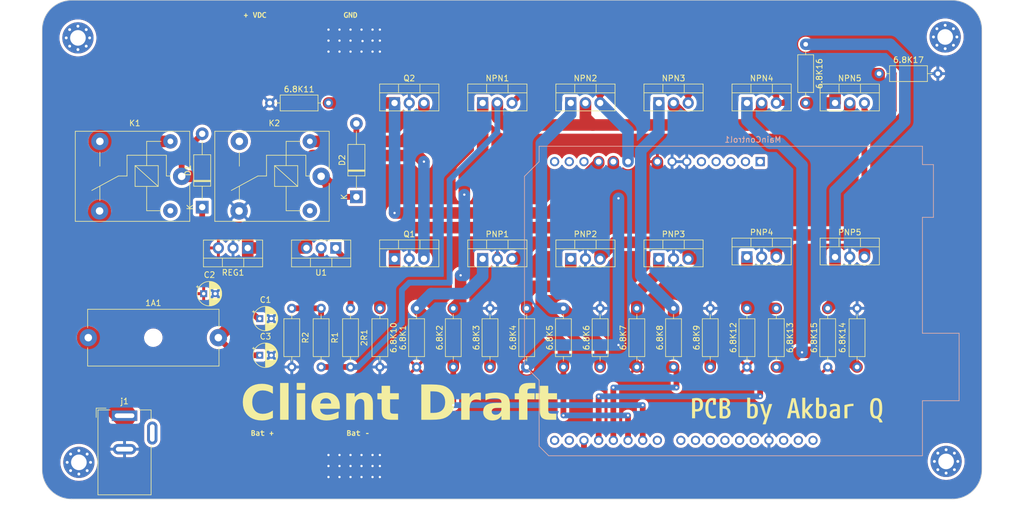
<source format=kicad_pcb>
(kicad_pcb (version 20241229) (generator "pcbnew") (generator_version "9.0")
  (title_block (title "Draft PCB for Potential Partnership for E-Bike Conversion") (date "2022-12-30") (rev "1") (company "For: Saad A****d") (comment 1 "First PCB Draft Made of Provided Schematic"))
  (layers (0 "F.Cu" signal) (2 "B.Cu" signal) (13 "F.Paste" user) (15 "B.Paste" user) (5 "F.SilkS" user "F.Silkscreen") (7 "B.SilkS" user "B.Silkscreen") (1 "F.Mask" user) (3 "B.Mask" user) (25 "Edge.Cuts" user))
  (net 0 "")
  (net 1 "Net-(1A1-Pad1)")
  (net 2 "/i")
  (net 3 "Net-(2R1-Pad1)")
  (net 4 "/ii(4.25v,600mA)")
  (net 5 "+5V")
  (net 6 "/CN4")
  (net 7 "Net-(6.8K2-Pad2)")
  (net 8 "GND")
  (net 9 "/CN3")
  (net 10 "Net-(6.8K5-Pad2)")
  (net 11 "/CN2")
  (net 12 "Net-(6.8K8-Pad2)")
  (net 13 "/A1")
  (net 14 "/A2")
  (net 15 "/CN1")
  (net 16 "Net-(6.8K13-Pad2)")
  (net 17 "/CN0")
  (net 18 "Net-(6.8K16-Pad2)")
  (net 19 "Net-(D1-Pad2)")
  (net 20 "Net-(D2-Pad2)")
  (net 21 "+VDC")
  (net 22 "/battery pack +")
  (net 23 "/battery pack -")
  (net 29 "/AIN")
  (net 33 "/RX")
  (net 34 "/TX")
  (net 35 "/CN5")
  (net 36 "/CN6")
  (net 37 "/CN7")
  (net 38 "/CN8")
  (net 39 "/CN9")
  (net 40 "/CN10")
  (net 41 "/CN11")
  (net 45 "Net-(R1-Pad1)")
  (footprint "kibuzzard-63ADF01E" (layer "F.Cu") (at 150.495 91.44)
    (property "Reference" "kibuzzard-63ADF01E" (hide yes))
    (property "Value" "G***" (hide yes))
  )
  (footprint "Package_TO_SOT_THT:TO-220-3_Vertical" (layer "F.Cu") (at 57.15 63.205 180)
    (property "Reference" "REG1")
    (property "Value" "L7805")
  )
  (footprint "Resistor_THT:R_Axial_DIN0207_L6.3mm_D2.5mm_P10.16mm_Horizontal" (layer "F.Cu") (at 64.77 73.66 -90)
    (property "Reference" "R2")
    (property "Value" "4.25K")
  )
  (footprint "Package_TO_SOT_THT:TO-220-3_Vertical" (layer "F.Cu") (at 82.55 65.095)
    (property "Reference" "Q1")
    (property "Value" "TIP41C")
  )
  (footprint "Resistor_THT:R_Axial_DIN0207_L6.3mm_D2.5mm_P10.16mm_Horizontal" (layer "F.Cu") (at 143.51 83.82 90)
    (property "Reference" "6.8K12")
    (property "Value" "R")
  )
  (footprint "Capacitor_THT:CP_Radial_D4.0mm_P2.00mm" (layer "F.Cu") (at 59.225401 81.788)
    (property "Reference" "C3")
    (property "Value" "0.1uF")
  )
  (footprint "Diode_THT:D_DO-41_SOD81_P12.70mm_Horizontal" (layer "F.Cu") (at 49.276 56.134 90)
    (property "Reference" "D1")
    (property "Value" "1N4007")
  )
  (footprint "kibuzzard-63ADEF7F" (layer "F.Cu") (at 74.93 22.86)
    (property "Reference" "kibuzzard-63ADEF7F" (hide yes))
    (property "Value" "G***" (hide yes))
  )
  (footprint "Fuse:Fuseholder_Cylinder-5x20mm_Schurter_0031_8201_Horizontal_Open" (layer "F.Cu") (at 29.57 78.74)
    (property "Reference" "1A1")
    (property "Value" "Fuse")
  )
  (footprint "Capacitor_THT:CP_Radial_D4.0mm_P2.00mm" (layer "F.Cu") (at 49.53 71.12)
    (property "Reference" "C2")
    (property "Value" "0.1uF")
  )
  (footprint "MountingHole:MountingHole_2.7mm_M2.5_Pad_Via" (layer "F.Cu") (at 177.961891 100.168109)
    (property "Reference" "REF**" (hide yes))
    (property "Value" "MountingHole_2.7mm_M2.5_Pad_Via")
  )
  (footprint "Resistor_THT:R_Axial_DIN0207_L6.3mm_D2.5mm_P10.16mm_Horizontal" (layer "F.Cu") (at 69.85 73.66 -90)
    (property "Reference" "R1")
    (property "Value" "2K")
  )
  (footprint "Relay_THT:Relay_SPDT_SANYOU_SRD_Series_Form_C" (layer "F.Cu") (at 69.85 50.8 180)
    (property "Reference" "K2")
    (property "Value" "ADW11")
  )
  (footprint "Capacitor_THT:CP_Radial_D4.0mm_P2.00mm" (layer "F.Cu") (at 59.225401 75.438)
    (property "Reference" "C1")
    (property "Value" "0.33uF")
  )
  (footprint "kibuzzard-63ADEE2F" (layer "F.Cu") (at 58.42 22.86)
    (property "Reference" "kibuzzard-63ADEE2F" (hide yes))
    (property "Value" "G***" (hide yes))
  )
  (footprint "MountingHole:MountingHole_2.7mm_M2.5_Pad_Via" (layer "F.Cu") (at 27.778109 26.831891)
    (property "Reference" "REF**" (hide yes))
    (property "Value" "MountingHole_2.7mm_M2.5_Pad_Via")
  )
  (footprint "Package_TO_SOT_THT:TO-220-3_Vertical" (layer "F.Cu") (at 97.79 38.1)
    (property "Reference" "NPN1")
    (property "Value" "TIP41C")
  )
  (footprint "Resistor_THT:R_Axial_DIN0207_L6.3mm_D2.5mm_P10.16mm_Horizontal" (layer "F.Cu") (at 86.36 83.82 90)
    (property "Reference" "6.8K1")
    (property "Value" "R")
  )
  (footprint "Resistor_THT:R_Axial_DIN0207_L6.3mm_D2.5mm_P10.16mm_Horizontal" (layer "F.Cu") (at 92.71 83.82 90)
    (property "Reference" "6.8K2")
    (property "Value" "R")
  )
  (footprint "kibuzzard-63ADEE92" (layer "F.Cu") (at 76.2 95.25)
    (property "Reference" "kibuzzard-63ADEE92" (hide yes))
    (property "Value" "G***" (hide yes))
  )
  (footprint "Resistor_THT:R_Axial_DIN0207_L6.3mm_D2.5mm_P10.16mm_Horizontal" (layer "F.Cu") (at 130.81 83.82 90)
    (property "Reference" "6.8K8")
    (property "Value" "R")
  )
  (footprint "Connector_BarrelJack:BarrelJack_Wuerth_6941xx301002" (layer "F.Cu") (at 35.84 92.25)
    (property "Reference" "j1")
    (property "Value" "Barrel_Jack 10V")
  )
  (footprint "Resistor_THT:R_Axial_DIN0207_L6.3mm_D2.5mm_P10.16mm_Horizontal" (layer "F.Cu") (at 60.96 38.1)
    (property "Reference" "6.8K11")
    (property "Value" "R")
  )
  (footprint "Relay_THT:Relay_SPDT_SANYOU_SRD_Series_Form_C" (layer "F.Cu") (at 45.72 50.8 180)
    (property "Reference" "K1")
    (property "Value" "ADW11")
  )
  (footprint "Resistor_THT:R_Axial_DIN0207_L6.3mm_D2.5mm_P10.16mm_Horizontal" (layer "F.Cu") (at 111.76 83.82 90)
    (property "Reference" "6.8K5")
    (property "Value" "R")
  )
  (footprint "Package_TO_SOT_THT:TO-220-3_Vertical" (layer "F.Cu") (at 113.03 38.1)
    (property "Reference" "NPN2")
    (property "Value" "TIP41C")
  )
  (footprint "Package_TO_SOT_THT:TO-220-3_Vertical" (layer "F.Cu") (at 82.55 38.1)
    (property "Reference" "Q2")
    (property "Value" "TIP41C")
  )
  (footprint "Resistor_THT:R_Axial_DIN0207_L6.3mm_D2.5mm_P10.16mm_Horizontal" (layer "F.Cu") (at 99.06 83.82 90)
    (property "Reference" "6.8K3")
    (property "Value" "R")
  )
  (footprint "Resistor_THT:R_Axial_DIN0207_L6.3mm_D2.5mm_P10.16mm_Horizontal" (layer "F.Cu") (at 124.46 83.82 90)
    (property "Reference" "6.8K7")
    (property "Value" "R")
  )
  (footprint "Package_TO_SOT_THT:TO-220-3_Vertical" (layer "F.Cu") (at 97.79 65.095)
    (property "Reference" "PNP1")
    (property "Value" "TIP42")
  )
  (footprint "Package_TO_SOT_THT:TO-220-3_Vertical" (layer "F.Cu") (at 113.03 65.095)
    (property "Reference" "PNP2")
    (property "Value" "TIP42")
  )
  (footprint "Resistor_THT:R_Axial_DIN0207_L6.3mm_D2.5mm_P10.16mm_Horizontal" (layer "F.Cu") (at 148.59 73.66 -90)
    (property "Reference" "6.8K13")
    (property "Value" "R")
  )
  (footprint "kibuzzard-63ADEE8A" (layer "F.Cu") (at 59.69 95.25)
    (property "Reference" "kibuzzard-63ADEE8A" (hide yes))
    (property "Value" "G***" (hide yes))
  )
  (footprint "Package_TO_SOT_THT:TO-220-3_Vertical" (layer "F.Cu") (at 128.27 65.095)
    (property "Reference" "PNP3")
    (property "Value" "TIP42")
  )
  (footprint "Resistor_THT:R_Axial_DIN0207_L6.3mm_D2.5mm_P10.16mm_Horizontal" (layer "F.Cu") (at 105.41 83.82 90)
    (property "Reference" "6.8K4")
    (property "Value" "R")
  )
  (footprint "MountingHole:MountingHole_2.7mm_M2.5_Pad_Via" (layer "F.Cu") (at 27.94 100.33)
    (property "Reference" "REF**" (hide yes))
    (property "Value" "MountingHole_2.7mm_M2.5_Pad_Via")
  )
  (footprint "Diode_THT:D_DO-41_SOD81_P12.70mm_Horizontal" (layer "F.Cu") (at 75.946 54.356 90)
    (property "Reference" "D2")
    (property "Value" "1N4007")
  )
  (footprint "Package_TO_SOT_THT:TO-220-3_Vertical" (layer "F.Cu") (at 128.27 38.1)
    (property "Reference" "NPN3")
    (property "Value" "TIP41C")
  )
  (footprint "Package_TO_SOT_THT:TO-220-3_Vertical" (layer "F.Cu") (at 72.39 63.205 180)
    (property "Reference" "U1")
    (property "Value" "LM317_TO-220")
  )
  (footprint "Resistor_THT:R_Axial_DIN0207_L6.3mm_D2.5mm_P10.16mm_Horizontal" (layer "F.Cu") (at 157.48 83.82 90)
    (property "Reference" "6.8K15")
    (property "Value" "R")
  )
  (footprint "Resistor_THT:R_Axial_DIN0207_L6.3mm_D2.5mm_P10.16mm_Horizontal" (layer "F.Cu") (at 166.37 33.02)
    (property "Reference" "6.8K17")
    (property "Value" "R")
  )
  (footprint "Package_TO_SOT_THT:TO-220-3_Vertical" (layer "F.Cu") (at 158.75 38.1)
    (property "Reference" "NPN5")
    (property "Value" "TIP41C")
  )
  (footprint "Resistor_THT:R_Axial_DIN0207_L6.3mm_D2.5mm_P10.16mm_Horizontal" (layer "F.Cu") (at 80.01 73.66 -90)
    (property "Reference" "6.8K10")
    (property "Value" "R")
  )
  (footprint "Package_TO_SOT_THT:TO-220-3_Vertical" (layer "F.Cu") (at 158.75 64.77)
    (property "Reference" "PNP5")
    (property "Value" "TIP42")
  )
  (footprint "Resistor_THT:R_Axial_DIN0207_L6.3mm_D2.5mm_P10.16mm_Horizontal" (layer "F.Cu") (at 118.11 83.82 90)
    (property "Reference" "6.8K6")
    (property "Value" "R")
  )
  (footprint "Package_TO_SOT_THT:TO-220-3_Vertical" (layer "F.Cu") (at 143.51 38.1)
    (property "Reference" "NPN4")
    (property "Value" "TIP41C")
  )
  (footprint "Resistor_THT:R_Axial_DIN0207_L6.3mm_D2.5mm_P10.16mm_Horizontal" (layer "F.Cu") (at 137.16 83.82 90)
    (property "Reference" "6.8K9")
    (property "Value" "R")
  )
  (footprint "MountingHole:MountingHole_2.7mm_M2.5_Pad_Via" (layer "F.Cu") (at 177.8 26.67)
    (property "Reference" "REF**" (hide yes))
    (property "Value" "MountingHole_2.7mm_M2.5_Pad_Via")
  )
  (footprint "Package_TO_SOT_THT:TO-220-3_Vertical" (layer "F.Cu") (at 143.51 64.77)
    (property "Reference" "PNP4")
    (property "Value" "TIP42")
  )
  (footprint "Resistor_THT:R_Axial_DIN0207_L6.3mm_D2.5mm_P10.16mm_Horizontal" (layer "F.Cu") (at 153.67 27.94 -90)
    (property "Reference" "6.8K16")
    (property "Value" "R")
  )
  (footprint "Resistor_THT:R_Axial_DIN0207_L6.3mm_D2.5mm_P10.16mm_Horizontal" (layer "F.Cu") (at 162.56 83.82 90)
    (property "Reference" "6.8K14")
    (property "Value" "R")
  )
  (footprint "Resistor_THT:R_Axial_DIN0207_L6.3mm_D2.5mm_P10.16mm_Horizontal" (layer "F.Cu") (at 74.93 73.66 -90)
    (property "Reference" "2R1")
    (property "Value" "RL")
  )
  (footprint "Module:Arduino_UNO_R3" (layer "B.Cu") (at 145.796 48.26 180)
    (property "Reference" "MainControl1")
    (property "Value" "Arduino_UNO_R3")
  )
  (gr_arc (start 26.67 106.68) (mid 23.077898 105.192102) (end 21.59 101.6) (stroke (width 0.1)) (layer "Edge.Cuts"))
  (gr_arc (start 179.07 20.32) (mid 182.662102 21.807898) (end 184.15 25.4) (stroke (width 0.1)) (layer "Edge.Cuts"))
  (gr_line (start 184.15 25.4) (end 184.15 101.6) (stroke (width 0.1)) (layer "Edge.Cuts"))
  (gr_line (start 27.94 20.32) (end 26.67 20.32) (stroke (width 0.1)) (layer "Edge.Cuts"))
  (gr_line (start 179.07 20.32) (end 27.94 20.32) (stroke (width 0.1)) (layer "Edge.Cuts"))
  (gr_line (start 26.67 106.68) (end 179.07 106.68) (stroke (width 0.1)) (layer "Edge.Cuts"))
  (gr_line (start 21.59 25.4) (end 21.59 101.6) (stroke (width 0.1)) (layer "Edge.Cuts"))
  (gr_arc (start 184.15 101.6) (mid 182.662102 105.192102) (end 179.07 106.68) (stroke (width 0.1)) (layer "Edge.Cuts"))
  (gr_arc (start 21.59 25.4) (mid 23.077898 21.807898) (end 26.67 20.32) (stroke (width 0.1)) (layer "Edge.Cuts"))
  (gr_text "Client Draft" (at 55.88 93.98 0) (layer "F.SilkS") (effects (font (size 6 6) (thickness 0.4) (bold yes)) (justify left bottom)))
  (segment (start 30.252 86.662) (end 30.252 79.422) (width 4) (layer "F.Cu") (net 1))
  (segment (start 30.252 79.422) (end 29.57 78.74) (width 4) (layer "F.Cu") (net 1))
  (segment (start 35.84 92.25) (end 30.252 86.662) (width 4) (layer "F.Cu") (net 1))
  (segment (start 71.12 59.69) (end 71.12 54.864) (width 2) (layer "F.Cu") (net 2))
  (segment (start 59.225401 75.438) (end 58.928 75.438) (width 1) (layer "F.Cu") (net 2))
  (segment (start 49.276 58.928) (end 50.038 59.69) (width 1) (layer "F.Cu") (net 2))
  (segment (start 40.34 44.75) (end 43.77 44.75) (width 2) (layer "F.Cu") (net 2))
  (segment (start 68.58 59.69) (end 71.12 59.69) (width 2) (layer "F.Cu") (net 2))
  (segment (start 59.225401 81.788) (end 55.118 81.788) (width 1) (layer "F.Cu") (net 2))
  (segment (start 38.1 46.99) (end 40.34 44.75) (width 2) (layer "F.Cu") (net 2))
  (segment (start 67.31 63.205) (end 67.31 60.96) (width 2) (layer "F.Cu") (net 2))
  (segment (start 52.07 78.74) (end 57.15 73.66) (width 2) (layer "F.Cu") (net 2))
  (segment (start 58.928 75.438) (end 57.15 73.66) (width 1) (layer "F.Cu") (net 2))
  (segment (start 57.15 63.205) (end 67.31 63.205) (width 2) (layer "F.Cu") (net 2))
  (segment (start 57.15 63.205) (end 57.15 60.96) (width 2) (layer "F.Cu") (net 2))
  (segment (start 67.31 60.96) (end 68.58 59.69) (width 2) (layer "F.Cu") (net 2))
  (segment (start 57.15 73.66) (end 57.15 63.205) (width 2) (layer "F.Cu") (net 2))
  (segment (start 71.12 52.07) (end 69.85 50.8) (width 2) (layer "F.Cu") (net 2))
  (segment (start 55.118 81.788) (end 52.07 78.74) (width 1) (layer "F.Cu") (net 2))
  (segment (start 38.1 57.15) (end 38.1 46.99) (width 2) (layer "F.Cu") (net 2))
  (segment (start 75.946 54.356) (end 71.628 54.356) (width 1) (layer "F.Cu") (net 2))
  (segment (start 55.88 59.69) (end 50.038 59.69) (width 2) (layer "F.Cu") (net 2))
  (segment (start 57.15 60.96) (end 55.88 59.69) (width 2) (layer "F.Cu") (net 2))
  (segment (start 71.628 54.356) (end 71.12 54.864) (width 1) (layer "F.Cu") (net 2))
  (segment (start 40.64 59.69) (end 38.1 57.15) (width 2) (layer "F.Cu") (net 2))
  (segment (start 71.12 54.864) (end 71.12 52.07) (width 2) (layer "F.Cu") (net 2))
  (segment (start 50.038 59.69) (end 40.64 59.69) (width 2) (layer "F.Cu") (net 2))
  (segment (start 49.276 56.134) (end 49.276 58.928) (width 1) (layer "F.Cu") (net 2))
  (segment (start 74.93 73.66) (end 74.93 71.12) (width 1) (layer "F.Cu") (net 3))
  (segment (start 74.93 71.12) (end 69.85 66.04) (width 1) (layer "F.Cu") (net 3))
  (segment (start 69.85 66.04) (end 69.85 63.205) (width 1) (layer "F.Cu") (net 3))
  (segment (start 161.29 38.1) (end 161.29 41.91) (width 2) (layer "F.Cu") (net 4))
  (segment (start 100.33 38.1) (end 100.33 40.64) (width 2) (layer "F.Cu") (net 4))
  (segment (start 161.29 41.91) (end 143.51 41.91) (width 2) (layer "F.Cu") (net 4))
  (segment (start 69.85 83.82) (end 74.93 83.82) (width 1) (layer "F.Cu") (net 4))
  (segment (start 130.81 38.1) (end 130.81 38.650915) (width 2) (layer "F.Cu") (net 4))
  (segment (start 134.069085 41.91) (end 143.51 41.91) (width 2) (layer "F.Cu") (net 4))
  (segment (start 101.6 41.91) (end 116.84 41.91) (width 2) (layer "F.Cu") (net 4))
  (segment (start 100.33 40.64) (end 101.6 41.91) (width 2) (layer "F.Cu") (net 4))
  (segment (start 130.81 38.650915) (end 134.069085 41.91) (width 2) (layer "F.Cu") (net 4))
  (segment (start 116.84 41.91) (end 134.069085 41.91) (width 2) (layer "F.Cu") (net 4))
  (segment (start 115.57 40.64) (end 116.84 41.91) (width 2) (layer "F.Cu") (net 4))
  (segment (start 115.57 38.1) (end 115.57 40.64) (width 2) (layer "F.Cu") (net 4))
  (segment (start 143.51 41.91) (end 146.05 39.37) (width 2) (layer "F.Cu") (net 4))
  (segment (start 146.05 39.37) (end 146.05 38.1) (width 2) (layer "F.Cu") (net 4))
  (segment (start 92.075 51.435) (end 100.33 43.18) (width 1) (layer "B.Cu") (net 4))
  (segment (start 76.2 83.82) (end 83.82 76.2) (width 1) (layer "B.Cu") (net 4))
  (segment (start 100.33 43.18) (end 100.33 38.1) (width 1) (layer "B.Cu") (net 4))
  (segment (start 74.93 83.82) (end 76.2 83.82) (width 1) (layer "B.Cu") (net 4))
  (segment (start 83.82 76.2) (end 83.82 70.485) (width 1) (layer "B.Cu") (net 4))
  (segment (start 92.075 69.215) (end 92.075 51.435) (width 1) (layer "B.Cu") (net 4))
  (segment (start 83.82 70.485) (end 85.09 69.215) (width 1) (layer "B.Cu") (net 4))
  (segment (start 85.09 69.215) (end 92.075 69.215) (width 1) (layer "B.Cu") (net 4))
  (segment (start 121.285 80.645) (end 121.285 80.01) (width 2) (layer "F.Cu") (net 5))
  (segment (start 124.46 83.82) (end 121.285 80.645) (width 2) (layer "F.Cu") (net 5))
  (segment (start 121.285 54.61) (end 127.635 54.61) (width 2) (layer "F.Cu") (net 5))
  (segment (start 128.016 54.229) (end 128.016 48.26) (width 2) (layer "F.Cu") (net 5))
  (segment (start 127.635 54.61) (end 128.016 54.229) (width 2) (layer "F.Cu") (net 5))
  (via (at 121.285 54.61) (size 0.8) (drill 0.4) (layers "F.Cu" "B.Cu") (net 5))
  (via (at 121.285 80.01) (size 0.8) (drill 0.4) (layers "F.Cu" "B.Cu") (net 5))
  (segment (start 109.22 80.01) (end 105.41 83.82) (width 2) (layer "B.Cu") (net 5))
  (segment (start 121.285 80.01) (end 109.22 80.01) (width 2) (layer "B.Cu") (net 5))
  (segment (start 121.285 80.01) (end 121.285 54.61) (width 2) (layer "B.Cu") (net 5))
  (segment (start 92.71 90.424) (end 92.71 83.82) (width 1) (layer "F.Cu") (net 6))
  (segment (start 92.71 80.01) (end 86.36 73.66) (width 2) (layer "F.Cu") (net 6))
  (segment (start 92.71 83.82) (end 92.71 80.01) (width 2) (layer "F.Cu") (net 6))
  (segment (start 125.476 96.52) (end 125.476 90.424) (width 1) (layer "F.Cu") (net 6))
  (via (at 92.71 90.424) (size 0.8) (drill 0.4) (layers "F.Cu" "B.Cu") (net 6))
  (via (at 125.476 90.424) (size 0.8) (drill 0.4) (layers "F.Cu" "B.Cu") (net 6))
  (segment (start 97.79 65.095) (end 97.79 68.095) (width 2) (layer "B.Cu") (net 6))
  (segment (start 125.476 90.424) (end 92.71 90.424) (width 1) (layer "B.Cu") (net 6))
  (segment (start 94.765 71.12) (end 88.9 71.12) (width 2) (layer "B.Cu") (net 6))
  (segment (start 88.9 71.12) (end 86.36 73.66) (width 2) (layer "B.Cu") (net 6))
  (segment (start 97.79 68.095) (end 94.765 71.12) (width 2) (layer "B.Cu") (net 6))
  (segment (start 99.06 80.01) (end 92.71 73.66) (width 2) (layer "F.Cu") (net 7))
  (segment (start 97.79 46.99) (end 94.615 50.165) (width 2) (layer "F.Cu") (net 7))
  (segment (start 93.98 72.39) (end 92.71 73.66) (width 2) (layer "F.Cu") (net 7))
  (segment (start 97.79 38.1) (end 97.79 46.99) (width 2) (layer "F.Cu") (net 7))
  (segment (start 99.06 83.82) (end 99.06 80.01) (width 2) (layer "F.Cu") (net 7))
  (segment (start 94.615 50.165) (end 94.615 53.975) (width 2) (layer "F.Cu") (net 7))
  (segment (start 93.98 67.945) (end 93.98 72.39) (width 2) (layer "F.Cu") (net 7))
  (via (at 93.98 67.945) (size 0.8) (drill 0.4) (layers "F.Cu" "B.Cu") (net 7))
  (via (at 94.615 53.975) (size 0.8) (drill 0.4) (layers "F.Cu" "B.Cu") (net 7))
  (segment (start 94.615 67.945) (end 93.98 67.945) (width 2) (layer "B.Cu") (net 7))
  (segment (start 94.615 53.975) (end 94.615 67.945) (width 2) (layer "B.Cu") (net 7))
  (segment (start 100.33 65.095) (end 100.33 64.283478) (width 1) (layer "F.Cu") (net 8))
  (via (at 71.12 25.4) (size 0.8) (drill 0.4) (layers "F.Cu" "B.Cu") (net 8))
  (via (at 71.12 102.87) (size 0.8) (drill 0.4) (layers "F.Cu" "B.Cu") (net 8))
  (via (at 80.01 102.87) (size 0.8) (drill 0.4) (layers "F.Cu" "B.Cu") (net 8))
  (via (at 76.835 100.965) (size 0.8) (drill 0.4) (layers "F.Cu" "B.Cu") (net 8))
  (via (at 78.74 99.06) (size 0.8) (drill 0.4) (layers "F.Cu" "B.Cu") (net 8))
  (via (at 71.12 29.21) (size 0.8) (drill 0.4) (layers "F.Cu" "B.Cu") (net 8))
  (via (at 80.01 25.4) (size 0.8) (drill 0.4) (layers "F.Cu" "B.Cu") (net 8))
  (via (at 80.01 100.965) (size 0.8) (drill 0.4) (layers "F.Cu" "B.Cu") (net 8))
  (via (at 77.008129 27.380413) (size 0.8) (drill 0.4) (layers "F.Cu" "B.Cu") (net 8))
  (via (at 78.74 25.4) (size 0.8) (drill 0.4) (layers "F.Cu" "B.Cu") (net 8))
  (via (at 71.12 100.965) (size 0.8) (drill 0.4) (layers "F.Cu" "B.Cu") (net 8))
  (via (at 73.025 29.21) (size 0.8) (drill 0.4) (layers "F.Cu" "B.Cu") (net 8))
  (via (at 74.93 29.21) (size 0.8) (drill 0.4) (layers "F.Cu" "B.Cu") (net 8))
  (via (at 73.025 25.4) (size 0.8) (drill 0.4) (layers "F.Cu" "B.Cu") (net 8))
  (via (at 73.025 27.305) (size 0.8) (drill 0.4) (layers "F.Cu" "B.Cu") (net 8))
  (via (at 78.74 27.305) (size 0.8) (drill 0.4) (layers "F.Cu" "B.Cu") (net 8))
  (via (at 80.01 99.06) (size 0.8) (drill 0.4) (layers "F.Cu" "B.Cu") (net 8))
  (via (at 80.01 27.305) (size 0.8) (drill 0.4) (layers "F.Cu" "B.Cu") (net 8))
  (via (at 74.93 99.06) (size 0.8) (drill 0.4) (layers "F.Cu" "B.Cu") (net 8))
  (via (at 73.025 102.87) (size 0.8) (drill 0.4) (layers "F.Cu" "B.Cu") (net 8))
  (via (at 76.835 99.06) (size 0.8) (drill 0.4) (layers "F.Cu" "B.Cu") (net 8))
  (via (at 78.74 102.87) (size 0.8) (drill 0.4) (layers "F.Cu" "B.Cu") (net 8))
  (via (at 74.93 100.965) (size 0.8) (drill 0.4) (layers "F.Cu" "B.Cu") (net 8))
  (via (at 76.835 102.87) (size 0.8) (drill 0.4) (layers "F.Cu" "B.Cu") (net 8))
  (via (at 78.74 29.21) (size 0.8) (drill 0.4) (layers "F.Cu" "B.Cu") (net 8))
  (via (at 80.01 29.21) (size 0.8) (drill 0.4) (layers "F.Cu" "B.Cu") (net 8))
  (via (at 73.025 99.06) (size 0.8) (drill 0.4) (layers "F.Cu" "B.Cu") (net 8))
  (via (at 74.93 102.87) (size 0.8) (drill 0.4) (layers "F.Cu" "B.Cu") (net 8))
  (via (at 76.835 25.4) (size 0.8) (drill 0.4) (layers "F.Cu" "B.Cu") (net 8))
  (via (at 71.12 27.305) (size 0.8) (drill 0.4) (layers "F.Cu" "B.Cu") (net 8))
  (via (at 74.93 25.4) (size 0.8) (drill 0.4) (layers "F.Cu" "B.Cu") (net 8))
  (via (at 71.12 99.06) (size 0.8) (drill 0.4) (layers "F.Cu" "B.Cu") (net 8))
  (via (at 76.835 29.21) (size 0.8) (drill 0.4) (layers "F.Cu" "B.Cu") (net 8))
  (via (at 74.93 27.305) (size 0.8) (drill 0.4) (layers "F.Cu" "B.Cu") (net 8))
  (via (at 73.025 100.965) (size 0.8) (drill 0.4) (layers "F.Cu" "B.Cu") (net 8))
  (via (at 78.74 100.965) (size 0.8) (drill 0.4) (layers "F.Cu" "B.Cu") (net 8))
  (segment (start 111.76 83.82) (end 111.76 80.01) (width 2) (layer "F.Cu") (net 9))
  (segment (start 122.936 96.52) (end 122.936 92.202) (width 1) (layer "F.Cu") (net 9))
  (segment (start 113.03 67.31) (end 110.49 69.85) (width 2) (layer "F.Cu") (net 9))
  (segment (start 110.49 69.85) (end 106.68 69.85) (width 2) (layer "F.Cu") (net 9))
  (segment (start 111.76 80.01) (end 105.41 73.66) (width 2) (layer "F.Cu") (net 9))
  (segment (start 106.68 69.85) (end 105.41 71.12) (width 2) (layer "F.Cu") (net 9))
  (segment (start 111.76 92.202) (end 111.76 83.82) (width 1) (layer "F.Cu") (net 9))
  (segment (start 113.03 65.095) (end 113.03 67.31) (width 2) (layer "F.Cu") (net 9))
  (segment (start 105.41 71.12) (end 105.41 73.66) (width 2) (layer "F.Cu") (net 9))
  (via (at 122.936 92.202) (size 0.8) (drill 0.4) (layers "F.Cu" "B.Cu") (net 9))
  (via (at 111.76 92.202) (size 0.8) (drill 0.4) (layers "F.Cu" "B.Cu") (net 9))
  (segment (start 122.936 92.202) (end 111.76 92.202) (width 1) (layer "B.Cu") (net 9))
  (segment (start 111.76 73.66) (end 118.11 80.01) (width 2) (layer "F.Cu") (net 10))
  (segment (start 118.11 80.01) (end 118.11 83.82) (width 2) (layer "F.Cu") (net 10))
  (segment (start 107.95 45.085) (end 113.03 40.005) (width 2) (layer "B.Cu") (net 10))
  (segment (start 113.03 40.005) (end 113.03 38.1) (width 2) (layer "B.Cu") (net 10))
  (segment (start 111.76 73.66) (end 109.855 73.66) (width 2) (layer "B.Cu") (net 10))
  (segment (start 107.95 71.755) (end 107.95 45.085) (width 2) (layer "B.Cu") (net 10))
  (segment (start 109.855 73.66) (end 107.95 71.755) (width 2) (layer "B.Cu") (net 10))
  (segment (start 124.46 78.74) (end 124.46 73.66) (width 2) (layer "F.Cu") (net 11))
  (segment (start 124.46 73.66) (end 124.46 71.12) (width 2) (layer "F.Cu") (net 11))
  (segment (start 124.46 71.12) (end 128.27 67.31) (width 2) (layer "F.Cu") (net 11))
  (segment (start 131.318 84.328) (end 130.81 83.82) (width 1) (layer "F.Cu") (net 11))
  (segment (start 120.396 96.52) (end 120.396 87.376) (width 1) (layer "F.Cu") (net 11))
  (segment (start 128.27 67.31) (end 128.27 65.095) (width 2) (layer "F.Cu") (net 11))
  (segment (start 130.81 83.82) (end 129.54 83.82) (width 2) (layer "F.Cu") (net 11))
  (segment (start 131.318 87.376) (end 131.318 84.328) (width 1) (layer "F.Cu") (net 11))
  (segment (start 129.54 83.82) (end 124.46 78.74) (width 2) (layer "F.Cu") (net 11))
  (via (at 131.318 87.376) (size 0.8) (drill 0.4) (layers "F.Cu" "B.Cu") (net 11))
  (via (at 120.396 87.376) (size 0.8) (drill 0.4) (layers "F.Cu" "B.Cu") (net 11))
  (segment (start 120.396 87.376) (end 131.318 87.376) (width 1) (layer "B.Cu") (net 11))
  (segment (start 130.81 73.66) (end 130.81 76.2) (width 2) (layer "F.Cu") (net 12))
  (segment (start 130.81 76.2) (end 137.16 82.55) (width 2) (layer "F.Cu") (net 12))
  (segment (start 137.16 82.55) (end 137.16 83.82) (width 2) (layer "F.Cu") (net 12))
  (segment (start 125.13552 67.98552) (end 130.81 73.66) (width 2) (layer "B.Cu") (net 12))
  (segment (start 128.27 43.18) (end 125.13552 46.31448) (width 2) (layer "B.Cu") (net 12))
  (segment (start 125.13552 46.31448) (end 125.13552 67.98552) (width 2) (layer "B.Cu") (net 12))
  (segment (start 128.27 38.1) (end 128.27 43.18) (width 2) (layer "B.Cu") (net 12))
  (segment (start 120.396 49.39137) (end 110.09737 59.69) (width 2) (layer "F.Cu") (net 13))
  (segment (start 82.55 67.31) (end 82.55 65.095) (width 2) (layer "F.Cu") (net 13))
  (segment (start 82.55 61.595) (end 82.55 65.095) (width 2) (layer "F.Cu") (net 13))
  (segment (start 80.01 73.66) (end 80.01 69.85) (width 2) (layer "F.Cu") (net 13))
  (segment (start 84.455 59.69) (end 82.55 61.595) (width 2) (layer "F.Cu") (net 13))
  (segment (start 80.01 69.85) (end 82.55 67.31) (width 2) (layer "F.Cu") (net 13))
  (segment (start 110.09737 59.69) (end 84.455 59.69) (width 2) (layer "F.Cu") (net 13))
  (segment (start 120.396 48.26) (end 120.396 49.39137) (width 2) (layer "F.Cu") (net 13))
  (segment (start 109.253737 57.15) (end 82.55 57.15) (width 2) (layer "F.Cu") (net 14))
  (segment (start 82.55 38.1) (end 71.12 38.1) (width 2) (layer "F.Cu") (net 14))
  (segment (start 117.856 48.26) (end 117.856 48.547737) (width 2) (layer "F.Cu") (net 14))
  (segment (start 117.856 48.547737) (end 109.253737 57.15) (width 2) (layer "F.Cu") (net 14))
  (via (at 82.55 57.15) (size 0.8) (drill 0.4) (layers "F.Cu" "B.Cu") (net 14))
  (segment (start 82.55 57.15) (end 82.55 38.1) (width 2) (layer "B.Cu") (net 14))
  (segment (start 145.796 88.9) (end 145.796 73.66) (width 1) (layer "F.Cu") (net 15))
  (segment (start 117.856 89.662) (end 117.856 88.9) (width 1) (layer "F.Cu") (net 15))
  (segment (start 143.51 73.66) (end 143.51 64.77) (width 2) (layer "F.Cu") (net 15))
  (segment (start 145.796 73.66) (end 143.51 73.66) (width 2) (layer "F.Cu") (net 15))
  (segment (start 117.856 96.52) (end 117.856 89.662) (width 1) (layer "F.Cu") (net 15))
  (segment (start 148.59 73.66) (end 145.796 73.66) (width 2) (layer "F.Cu") (net 15))
  (via (at 117.856 88.9) (size 0.8) (drill 0.4) (layers "F.Cu" "B.Cu") (net 15))
  (via (at 145.796 88.9) (size 0.8) (drill 0.4) (layers "F.Cu" "B.Cu") (net 15))
  (segment (start 117.856 88.9) (end 145.796 88.9) (width 1) (layer "B.Cu") (net 15))
  (segment (start 152.4 81.28) (end 160.02 81.28) (width 2) (layer "F.Cu") (net 16))
  (segment (start 160.02 81.28) (end 162.56 83.82) (width 2) (layer "F.Cu") (net 16))
  (segment (start 149.86 83.82) (end 152.4 81.28) (width 2) (layer "F.Cu") (net 16))
  (segment (start 148.59 83.82) (end 149.86 83.82) (width 2) (layer "F.Cu") (net 16))
  (via (at 153.035 81.28) (size 0.8) (drill 0.4) (layers "F.Cu" "B.Cu") (net 16))
  (segment (start 143.51 41.1) (end 147.495 45.085) (width 2) (layer "B.Cu") (net 16))
  (segment (start 143.51 38.1) (end 143.51 41.1) (width 2) (layer "B.Cu") (net 16))
  (segment (start 153.035 48.895) (end 153.035 81.28) (width 2) (layer "B.Cu") (net 16))
  (segment (start 149.225 45.085) (end 153.035 48.895) (width 2) (layer "B.Cu") (net 16))
  (segment (start 147.495 45.085) (end 149.225 45.085) (width 2) (layer "B.Cu") (net 16))
  (segment (start 158.75 70.612) (end 158.75 72.39) (width 2) (layer "F.Cu") (net 17))
  (segment (start 158.75 64.77) (end 158.75 70.612) (width 2) (layer "F.Cu") (net 17))
  (segment (start 168.91 102.362) (end 170.18 101.092) (width 1) (layer "F.Cu") (net 17))
  (segment (start 170.18 73.66) (end 167.132 70.612) (width 1) (layer "F.Cu") (net 17))
  (segment (start 167.132 70.612) (end 158.75 70.612) (width 1) (layer "F.Cu") (net 17))
  (segment (start 158.75 72.39) (end 157.48 73.66) (width 2) (layer "F.Cu") (net 17))
  (segment (start 115.316 100.076) (end 117.602 102.362) (width 1) (layer "F.Cu") (net 17))
  (segment (start 115.316 96.52) (end 115.316 100.076) (width 1) (layer "F.Cu") (net 17))
  (segment (start 117.602 102.362) (end 168.91 102.362) (width 1) (layer "F.Cu") (net 17))
  (segment (start 170.18 101.092) (end 170.18 73.66) (width 1) (layer "F.Cu") (net 17))
  (segment (start 158.75 53.34) (end 170.815 41.275) (width 2) (layer "B.Cu") (net 17))
  (segment (start 170.815 30.48) (end 168.275 27.94) (width 2) (layer "B.Cu") (net 17))
  (segment (start 170.815 41.275) (end 170.815 30.48) (width 2) (layer "B.Cu") (net 17))
  (segment (start 168.275 27.94) (end 153.67 27.94) (width 2) (layer "B.Cu") (net 17))
  (segment (start 158.75 64.77) (end 158.75 53.34) (width 2) (layer "B.Cu") (net 17))
  (segment (start 166.37 33.02) (end 160.02 33.02) (width 2) (layer "F.Cu") (net 18))
  (segment (start 153.67 38.1) (end 158.75 38.1) (width 2) (layer "F.Cu") (net 18))
  (segment (start 166.37 38.1) (end 166.37 33.02) (width 2) (layer "F.Cu") (net 18))
  (segment (start 158.75 34.29) (end 158.75 38.1) (width 2) (layer "F.Cu") (net 18))
  (segment (start 160.02 33.02) (end 158.75 34.29) (width 2) (layer "F.Cu") (net 18))
  (segment (start 68.370489 47.199511) (end 64.77 50.8) (width 2) (layer "F.Cu") (net 19))
  (segment (start 49.276 43.434) (end 45.974 46.736) (width 1) (layer "F.Cu") (net 19))
  (segment (start 86.569511 47.199511) (end 68.370489 47.199511) (width 2) (layer "F.Cu") (net 19))
  (segment (start 45.72 48.514) (end 45.72 50.8) (width 1) (layer "F.Cu") (net 19))
  (segment (start 64.77 50.8) (end 45.72 50.8) (width 2) (layer "F.Cu") (net 19))
  (segment (start 45.974 46.736) (end 45.974 48.26) (width 1) (layer "F.Cu") (net 19))
  (segment (start 87.63 48.26) (end 86.569511 47.199511) (width 2) (layer "F.Cu") (net 19))
  (segment (start 45.974 48.26) (end 45.72 48.514) (width 1) (layer "F.Cu") (net 19))
  (via (at 87.63 48.26) (size 0.8) (drill 0.4) (layers "F.Cu" "B.Cu") (net 19))
  (segment (start 87.63 65.095) (end 87.63 48.26) (width 2) (layer "B.Cu") (net 19))
  (segment (start 75.946 44.704) (end 75.9 44.75) (width 1) (layer "F.Cu") (net 20))
  (segment (start 75.9 44.75) (end 83.98 44.75) (width 2) (layer "F.Cu") (net 20))
  (segment (start 67.9 44.75) (end 75.9 44.75) (width 2) (layer "F.Cu") (net 20))
  (segment (start 75.946 41.656) (end 75.946 44.704) (width 1) (layer "F.Cu") (net 20))
  (segment (start 83.98 44.75) (end 87.63 41.1) (width 2) (layer "F.Cu") (net 20))
  (segment (start 87.63 41.1) (end 87.63 38.1) (width 2) (layer "F.Cu") (net 20))
  (segment (start 53.34 33.02) (end 58.42 27.94) (width 4) (layer "F.Cu") (net 21))
  (segment (start 43.3 33.02) (end 53.34 33.02) (width 4) (layer "F.Cu") (net 21))
  (segment (start 31.57 44.75) (end 43.3 33.02) (width 4) (layer "F.Cu") (net 21))
  (segment (start 31.52 74.530493) (end 57.15 100.160493) (width 4) (layer "F.Cu") (net 22))
  (segment (start 57.15 100.160493) (end 57.15 100.33) (width 4) (layer "F.Cu") (net 22))
  (segment (start 31.52 56.8) (end 31.52 74.530493) (width 4) (layer "F.Cu") (net 22))
  (segment (start 147.32 62.23) (end 148.59 63.5) (width 2) (layer "F.Cu") (net 29))
  (segment (start 102.87 65.095) (end 103.815 65.095) (width 2) (layer "F.Cu") (net 29))
  (segment (start 148.59 36.83) (end 147.32 35.56) (width 1) (layer "F.Cu") (net 29))
  (segment (start 103.815 65.095) (end 106.68 62.23) (width 2) (layer "F.Cu") (net 29))
  (segment (start 132.08 62.23) (end 120.65 62.23) (width 2) (layer "F.Cu") (net 29))
  (segment (start 147.32 35.56) (end 134.62 35.56) (width 1) (layer "F.Cu") (net 29))
  (segment (start 133.35 36.83) (end 133.35 38.1) (width 1) (layer "F.Cu") (net 29))
  (segment (start 165.1 40.64) (end 167.64 40.64) (width 1) (layer "F.Cu") (net 29))
  (segment (start 133.35 63.5) (end 132.08 62.23) (width 2) (layer "F.Cu") (net 29))
  (segment (start 106.68 62.23) (end 116.84 62.23) (width 2) (layer "F.Cu") (net 29))
  (segment (start 133.35 65.095) (end 133.35 63.5) (width 2) (layer "F.Cu") (net 29))
  (segment (start 148.59 36.83) (end 148.59 38.1) (width 1) (layer "F.Cu") (net 29))
  (segment (start 118.11 63.5) (end 118.11 65.095) (width 2) (layer "F.Cu") (net 29))
  (segment (start 135.565 65.095) (end 138.43 62.23) (width 2) (layer "F.Cu") (net 29))
  (segment (start 163.83 62.23) (end 162.56 60.96) (width 2) (layer "F.Cu") (net 29))
  (segment (start 163.83 39.37) (end 165.1 40.64) (width 1) (layer "F.Cu") (net 29))
  (segment (start 162.56 60.96) (end 151.13 60.96) (width 2) (layer "F.Cu") (net 29))
  (segment (start 167.64 40.64) (end 168.91 39.37) (width 1) (layer "F.Cu") (net 29))
  (segment (start 148.59 63.5) (end 148.59 64.77) (width 2) (layer "F.Cu") (net 29))
  (segment (start 166.37 30.48) (end 157.48 30.48) (width 1) (layer "F.Cu") (net 29))
  (segment (start 157.48 30.48) (end 149.86 38.1) (width 1) (layer "F.Cu") (net 29))
  (segment (start 116.84 62.23) (end 118.11 63.5) (width 2) (layer "F.Cu") (net 29))
  (segment (start 134.62 35.56) (end 133.35 36.83) (width 1) (layer "F.Cu") (net 29))
  (segment (start 163.83 64.77) (end 163.83 62.23) (width 2) (layer "F.Cu") (net 29))
  (segment (start 132.08 35.56) (end 133.35 36.83) (width 1) (layer "F.Cu") (net 29))
  (segment (start 118.11 36.83) (end 119.38 35.56) (width 1) (layer "F.Cu") (net 29))
  (segment (start 168.91 39.37) (end 168.91 33.02) (width 1) (layer "F.Cu") (net 29))
  (segment (start 168.91 33.02) (end 166.37 30.48) (width 1) (layer "F.Cu") (net 29))
  (segment (start 105.41 35.56) (end 102.87 38.1) (width 1) (layer "F.Cu") (net 29))
  (segment (start 163.83 38.1) (end 163.83 62.23) (width 1) (layer "F.Cu") (net 29))
  (segment (start 118.11 36.83) (end 116.84 35.56) (width 1) (layer "F.Cu") (net 29))
  (segment (start 118.11 38.1) (end 118.11 36.83) (width 1) (layer "F.Cu") (net 29))
  (segment (start 149.86 38.1) (end 148.59 38.1) (width 1) (layer "F.Cu") (net 29))
  (segment (start 120.65 62.23) (end 118.11 64.77) (width 2) (layer "F.Cu") (net 29))
  (segment (start 133.35 65.095) (end 135.565 65.095) (width 2) (layer "F.Cu") (net 29))
  (segment (start 116.84 35.56) (end 105.41 35.56) (width 1) (layer "F.Cu") (net 29))
  (segment (start 151.13 60.96) (end 148.59 63.5) (width 2) (layer "F.Cu") (net 29))
  (segment (start 119.38 35.56) (end 132.08 35.56) (width 1) (layer "F.Cu") (net 29))
  (segment (start 138.43 62.23) (end 147.32 62.23) (width 2) (layer "F.Cu") (net 29))
  (segment (start 118.11 64.77) (end 118.11 65.095) (width 2) (layer "F.Cu") (net 29))
  (segment (start 163.83 38.1) (end 163.83 39.37) (width 1) (layer "F.Cu") (net 29))
  (segment (start 122.936 42.926) (end 118.11 38.1) (width 2) (layer "B.Cu") (net 29))
  (segment (start 122.936 48.26) (end 122.936 42.926) (width 2) (layer "B.Cu") (net 29))
  (segment (start 69.85 76.2) (end 71.12 77.47) (width 1) (layer "F.Cu") (net 45))
  (segment (start 77.47 68.58) (end 72.39 63.5) (width 1) (layer "F.Cu") (net 45))
  (segment (start 72.39 63.5) (end 72.39 63.205) (width 1) (layer "F.Cu") (net 45))
  (segment (start 69.85 73.66) (end 69.85 76.2) (width 1) (layer "F.Cu") (net 45))
  (segment (start 64.77 73.66) (end 69.85 73.66) (width 1) (layer "F.Cu") (net 45))
  (segment (start 71.12 77.47) (end 74.93 77.47) (width 1) (layer "F.Cu") (net 45))
  (segment (start 77.47 74.93) (end 77.47 68.58) (width 1) (layer "F.Cu") (net 45))
  (segment (start 74.93 77.47) (end 77.47 74.93) (width 1) (layer "F.Cu") (net 45))
  (zone (net 22) (net_name "/battery pack +") (layer "F.Cu") (connect_pads (clearance 0.508)) (min_thickness 0.254) (fill yes (thermal_gap 0.508) (thermal_bridge_width 0.508))
    (polygon (pts (xy 53.34 104.14) (xy 53.34 97.79) (xy 64.77 97.79) (xy 64.77 104.14)))
  )
  (zone (net 5) (net_name "+5V") (layer "F.Cu") (connect_pads (clearance 0.508)) (min_thickness 0.254) (fill yes (thermal_gap 0.508) (thermal_bridge_width 0.508))
    (polygon (pts (xy 184.15 106.68) (xy 21.59 106.68) (xy 21.59 20.32) (xy 184.15 20.32)))
    (polygon (pts (xy 52.705 97.155) (xy 52.705 104.902) (xy 82.169 104.902) (xy 82.169 97.028)))
    (polygon (pts (xy 52.578 23.368) (xy 52.578 31.242) (xy 82.042 31.242) (xy 82.042 23.368)))
  )
  (zone (net 21) (net_name "+VDC") (layer "F.Cu") (connect_pads (clearance 0.508)) (min_thickness 0.254) (fill yes (thermal_gap 0.508) (thermal_bridge_width 0.508))
    (polygon (pts (xy 64.77 24.13) (xy 64.77 30.48) (xy 53.34 30.48) (xy 53.34 24.13)))
  )
  (zone (net 8) (net_name "GND") (layer "F.Cu") (connect_pads (clearance 0.508)) (min_thickness 0.254) (fill yes (thermal_gap 0.508) (thermal_bridge_width 0.508))
    (polygon (pts (xy 81.28 24.13) (xy 81.28 30.48) (xy 69.85 30.48) (xy 69.85 24.13)))
  )
  (zone (net 8) (net_name "GND") (layer "F.Cu") (connect_pads (clearance 0.508)) (min_thickness 0.254) (fill yes (thermal_gap 0.508) (thermal_bridge_width 0.508))
    (polygon (pts (xy 69.85 104.14) (xy 69.85 97.79) (xy 81.28 97.79) (xy 81.28 104.14)))
  )
  (zone (net 8) (net_name "GND") (layer "B.Cu") (connect_pads (clearance 0.508)) (min_thickness 0.254) (fill yes (thermal_gap 0.508) (thermal_bridge_width 0.508))
    (polygon (pts (xy 184.15 106.68) (xy 21.59 106.68) (xy 21.59 20.32) (xy 184.15 20.32)))
  )
)
</source>
